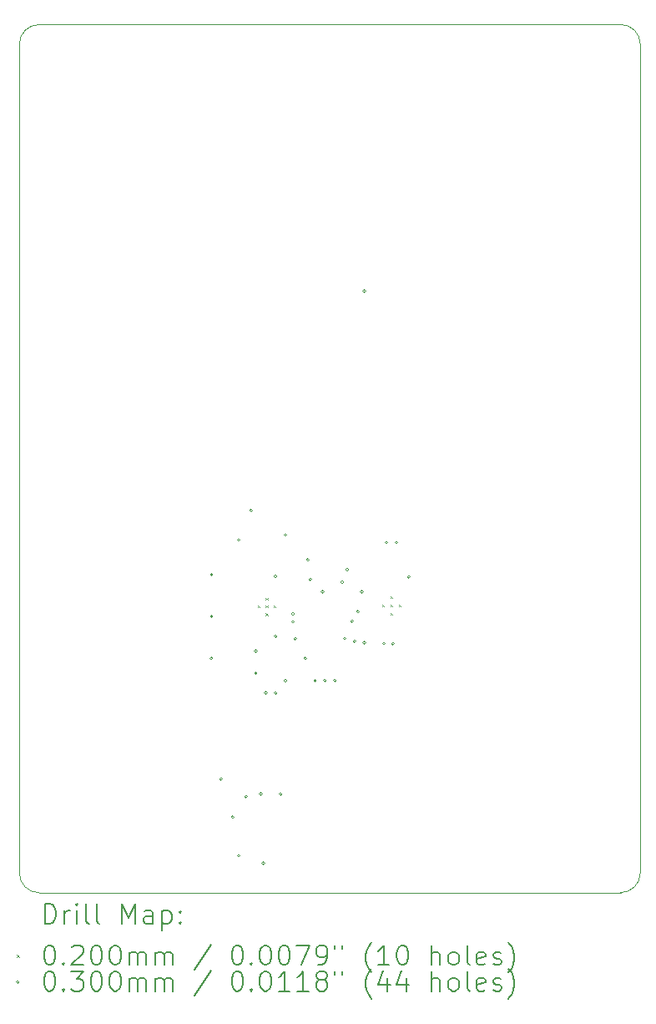
<source format=gbr>
%TF.GenerationSoftware,KiCad,Pcbnew,8.0.5*%
%TF.CreationDate,2025-05-26T10:54:04-04:00*%
%TF.ProjectId,tcg_counter,7463675f-636f-4756-9e74-65722e6b6963,1*%
%TF.SameCoordinates,Original*%
%TF.FileFunction,Drillmap*%
%TF.FilePolarity,Positive*%
%FSLAX45Y45*%
G04 Gerber Fmt 4.5, Leading zero omitted, Abs format (unit mm)*
G04 Created by KiCad (PCBNEW 8.0.5) date 2025-05-26 10:54:04*
%MOMM*%
%LPD*%
G01*
G04 APERTURE LIST*
%ADD10C,0.050000*%
%ADD11C,0.200000*%
%ADD12C,0.100000*%
G04 APERTURE END LIST*
D10*
X17300000Y-13100000D02*
G75*
G02*
X17100000Y-13300000I-200000J0D01*
G01*
X11000000Y-4700000D02*
G75*
G02*
X11200000Y-4500000I200000J0D01*
G01*
X11000000Y-13100000D02*
X11000000Y-4700000D01*
X11200000Y-13300000D02*
G75*
G02*
X11000000Y-13100000I0J200000D01*
G01*
X17100000Y-4500000D02*
G75*
G02*
X17300000Y-4700000I0J-200000D01*
G01*
X17100000Y-13300000D02*
X11200000Y-13300000D01*
X17300000Y-4700000D02*
X17300000Y-13100000D01*
X11200000Y-4500000D02*
X17100000Y-4500000D01*
D11*
D12*
X13420000Y-10390000D02*
X13440000Y-10410000D01*
X13440000Y-10390000D02*
X13420000Y-10410000D01*
X13500000Y-10310000D02*
X13520000Y-10330000D01*
X13520000Y-10310000D02*
X13500000Y-10330000D01*
X13500000Y-10390000D02*
X13520000Y-10410000D01*
X13520000Y-10390000D02*
X13500000Y-10410000D01*
X13500000Y-10470000D02*
X13520000Y-10490000D01*
X13520000Y-10470000D02*
X13500000Y-10490000D01*
X13580000Y-10390000D02*
X13600000Y-10410000D01*
X13600000Y-10390000D02*
X13580000Y-10410000D01*
X14680000Y-10379230D02*
X14700000Y-10399230D01*
X14700000Y-10379230D02*
X14680000Y-10399230D01*
X14765000Y-10294230D02*
X14785000Y-10314230D01*
X14785000Y-10294230D02*
X14765000Y-10314230D01*
X14765000Y-10379230D02*
X14785000Y-10399230D01*
X14785000Y-10379230D02*
X14765000Y-10399230D01*
X14765000Y-10464230D02*
X14785000Y-10484230D01*
X14785000Y-10464230D02*
X14765000Y-10484230D01*
X14850000Y-10379230D02*
X14870000Y-10399230D01*
X14870000Y-10379230D02*
X14850000Y-10399230D01*
X12965000Y-10075000D02*
G75*
G02*
X12935000Y-10075000I-15000J0D01*
G01*
X12935000Y-10075000D02*
G75*
G02*
X12965000Y-10075000I15000J0D01*
G01*
X12965000Y-10500000D02*
G75*
G02*
X12935000Y-10500000I-15000J0D01*
G01*
X12935000Y-10500000D02*
G75*
G02*
X12965000Y-10500000I15000J0D01*
G01*
X12965000Y-10925000D02*
G75*
G02*
X12935000Y-10925000I-15000J0D01*
G01*
X12935000Y-10925000D02*
G75*
G02*
X12965000Y-10925000I15000J0D01*
G01*
X13060000Y-12150000D02*
G75*
G02*
X13030000Y-12150000I-15000J0D01*
G01*
X13030000Y-12150000D02*
G75*
G02*
X13060000Y-12150000I15000J0D01*
G01*
X13180000Y-12533431D02*
G75*
G02*
X13150000Y-12533431I-15000J0D01*
G01*
X13150000Y-12533431D02*
G75*
G02*
X13180000Y-12533431I15000J0D01*
G01*
X13240000Y-9725000D02*
G75*
G02*
X13210000Y-9725000I-15000J0D01*
G01*
X13210000Y-9725000D02*
G75*
G02*
X13240000Y-9725000I15000J0D01*
G01*
X13240000Y-12925000D02*
G75*
G02*
X13210000Y-12925000I-15000J0D01*
G01*
X13210000Y-12925000D02*
G75*
G02*
X13240000Y-12925000I15000J0D01*
G01*
X13315000Y-12325000D02*
G75*
G02*
X13285000Y-12325000I-15000J0D01*
G01*
X13285000Y-12325000D02*
G75*
G02*
X13315000Y-12325000I15000J0D01*
G01*
X13365000Y-9425000D02*
G75*
G02*
X13335000Y-9425000I-15000J0D01*
G01*
X13335000Y-9425000D02*
G75*
G02*
X13365000Y-9425000I15000J0D01*
G01*
X13415000Y-10850000D02*
G75*
G02*
X13385000Y-10850000I-15000J0D01*
G01*
X13385000Y-10850000D02*
G75*
G02*
X13415000Y-10850000I15000J0D01*
G01*
X13415000Y-11075000D02*
G75*
G02*
X13385000Y-11075000I-15000J0D01*
G01*
X13385000Y-11075000D02*
G75*
G02*
X13415000Y-11075000I15000J0D01*
G01*
X13465000Y-12300000D02*
G75*
G02*
X13435000Y-12300000I-15000J0D01*
G01*
X13435000Y-12300000D02*
G75*
G02*
X13465000Y-12300000I15000J0D01*
G01*
X13490000Y-13000000D02*
G75*
G02*
X13460000Y-13000000I-15000J0D01*
G01*
X13460000Y-13000000D02*
G75*
G02*
X13490000Y-13000000I15000J0D01*
G01*
X13515000Y-11275000D02*
G75*
G02*
X13485000Y-11275000I-15000J0D01*
G01*
X13485000Y-11275000D02*
G75*
G02*
X13515000Y-11275000I15000J0D01*
G01*
X13612678Y-10093405D02*
G75*
G02*
X13582678Y-10093405I-15000J0D01*
G01*
X13582678Y-10093405D02*
G75*
G02*
X13612678Y-10093405I15000J0D01*
G01*
X13615000Y-10700000D02*
G75*
G02*
X13585000Y-10700000I-15000J0D01*
G01*
X13585000Y-10700000D02*
G75*
G02*
X13615000Y-10700000I15000J0D01*
G01*
X13615000Y-11275000D02*
G75*
G02*
X13585000Y-11275000I-15000J0D01*
G01*
X13585000Y-11275000D02*
G75*
G02*
X13615000Y-11275000I15000J0D01*
G01*
X13665000Y-12300000D02*
G75*
G02*
X13635000Y-12300000I-15000J0D01*
G01*
X13635000Y-12300000D02*
G75*
G02*
X13665000Y-12300000I15000J0D01*
G01*
X13715000Y-9675000D02*
G75*
G02*
X13685000Y-9675000I-15000J0D01*
G01*
X13685000Y-9675000D02*
G75*
G02*
X13715000Y-9675000I15000J0D01*
G01*
X13715000Y-11150000D02*
G75*
G02*
X13685000Y-11150000I-15000J0D01*
G01*
X13685000Y-11150000D02*
G75*
G02*
X13715000Y-11150000I15000J0D01*
G01*
X13790000Y-10475000D02*
G75*
G02*
X13760000Y-10475000I-15000J0D01*
G01*
X13760000Y-10475000D02*
G75*
G02*
X13790000Y-10475000I15000J0D01*
G01*
X13790000Y-10555000D02*
G75*
G02*
X13760000Y-10555000I-15000J0D01*
G01*
X13760000Y-10555000D02*
G75*
G02*
X13790000Y-10555000I15000J0D01*
G01*
X13815000Y-10725000D02*
G75*
G02*
X13785000Y-10725000I-15000J0D01*
G01*
X13785000Y-10725000D02*
G75*
G02*
X13815000Y-10725000I15000J0D01*
G01*
X13915000Y-10925000D02*
G75*
G02*
X13885000Y-10925000I-15000J0D01*
G01*
X13885000Y-10925000D02*
G75*
G02*
X13915000Y-10925000I15000J0D01*
G01*
X13940000Y-9925000D02*
G75*
G02*
X13910000Y-9925000I-15000J0D01*
G01*
X13910000Y-9925000D02*
G75*
G02*
X13940000Y-9925000I15000J0D01*
G01*
X13965000Y-10125000D02*
G75*
G02*
X13935000Y-10125000I-15000J0D01*
G01*
X13935000Y-10125000D02*
G75*
G02*
X13965000Y-10125000I15000J0D01*
G01*
X14015000Y-11150000D02*
G75*
G02*
X13985000Y-11150000I-15000J0D01*
G01*
X13985000Y-11150000D02*
G75*
G02*
X14015000Y-11150000I15000J0D01*
G01*
X14089230Y-10250000D02*
G75*
G02*
X14059230Y-10250000I-15000J0D01*
G01*
X14059230Y-10250000D02*
G75*
G02*
X14089230Y-10250000I15000J0D01*
G01*
X14115000Y-11150000D02*
G75*
G02*
X14085000Y-11150000I-15000J0D01*
G01*
X14085000Y-11150000D02*
G75*
G02*
X14115000Y-11150000I15000J0D01*
G01*
X14215000Y-11150000D02*
G75*
G02*
X14185000Y-11150000I-15000J0D01*
G01*
X14185000Y-11150000D02*
G75*
G02*
X14215000Y-11150000I15000J0D01*
G01*
X14290000Y-10151000D02*
G75*
G02*
X14260000Y-10151000I-15000J0D01*
G01*
X14260000Y-10151000D02*
G75*
G02*
X14290000Y-10151000I15000J0D01*
G01*
X14315000Y-10725000D02*
G75*
G02*
X14285000Y-10725000I-15000J0D01*
G01*
X14285000Y-10725000D02*
G75*
G02*
X14315000Y-10725000I15000J0D01*
G01*
X14340000Y-10025000D02*
G75*
G02*
X14310000Y-10025000I-15000J0D01*
G01*
X14310000Y-10025000D02*
G75*
G02*
X14340000Y-10025000I15000J0D01*
G01*
X14390000Y-10550000D02*
G75*
G02*
X14360000Y-10550000I-15000J0D01*
G01*
X14360000Y-10550000D02*
G75*
G02*
X14390000Y-10550000I15000J0D01*
G01*
X14415000Y-10750000D02*
G75*
G02*
X14385000Y-10750000I-15000J0D01*
G01*
X14385000Y-10750000D02*
G75*
G02*
X14415000Y-10750000I15000J0D01*
G01*
X14450000Y-10450000D02*
G75*
G02*
X14420000Y-10450000I-15000J0D01*
G01*
X14420000Y-10450000D02*
G75*
G02*
X14450000Y-10450000I15000J0D01*
G01*
X14490000Y-10250000D02*
G75*
G02*
X14460000Y-10250000I-15000J0D01*
G01*
X14460000Y-10250000D02*
G75*
G02*
X14490000Y-10250000I15000J0D01*
G01*
X14515000Y-7200000D02*
G75*
G02*
X14485000Y-7200000I-15000J0D01*
G01*
X14485000Y-7200000D02*
G75*
G02*
X14515000Y-7200000I15000J0D01*
G01*
X14515000Y-10765000D02*
G75*
G02*
X14485000Y-10765000I-15000J0D01*
G01*
X14485000Y-10765000D02*
G75*
G02*
X14515000Y-10765000I15000J0D01*
G01*
X14715000Y-10775000D02*
G75*
G02*
X14685000Y-10775000I-15000J0D01*
G01*
X14685000Y-10775000D02*
G75*
G02*
X14715000Y-10775000I15000J0D01*
G01*
X14740000Y-9750000D02*
G75*
G02*
X14710000Y-9750000I-15000J0D01*
G01*
X14710000Y-9750000D02*
G75*
G02*
X14740000Y-9750000I15000J0D01*
G01*
X14805000Y-10775000D02*
G75*
G02*
X14775000Y-10775000I-15000J0D01*
G01*
X14775000Y-10775000D02*
G75*
G02*
X14805000Y-10775000I15000J0D01*
G01*
X14840000Y-9750000D02*
G75*
G02*
X14810000Y-9750000I-15000J0D01*
G01*
X14810000Y-9750000D02*
G75*
G02*
X14840000Y-9750000I15000J0D01*
G01*
X14965000Y-10100000D02*
G75*
G02*
X14935000Y-10100000I-15000J0D01*
G01*
X14935000Y-10100000D02*
G75*
G02*
X14965000Y-10100000I15000J0D01*
G01*
D11*
X11258277Y-13613984D02*
X11258277Y-13413984D01*
X11258277Y-13413984D02*
X11305896Y-13413984D01*
X11305896Y-13413984D02*
X11334467Y-13423508D01*
X11334467Y-13423508D02*
X11353515Y-13442555D01*
X11353515Y-13442555D02*
X11363039Y-13461603D01*
X11363039Y-13461603D02*
X11372562Y-13499698D01*
X11372562Y-13499698D02*
X11372562Y-13528269D01*
X11372562Y-13528269D02*
X11363039Y-13566365D01*
X11363039Y-13566365D02*
X11353515Y-13585412D01*
X11353515Y-13585412D02*
X11334467Y-13604460D01*
X11334467Y-13604460D02*
X11305896Y-13613984D01*
X11305896Y-13613984D02*
X11258277Y-13613984D01*
X11458277Y-13613984D02*
X11458277Y-13480650D01*
X11458277Y-13518746D02*
X11467801Y-13499698D01*
X11467801Y-13499698D02*
X11477324Y-13490174D01*
X11477324Y-13490174D02*
X11496372Y-13480650D01*
X11496372Y-13480650D02*
X11515420Y-13480650D01*
X11582086Y-13613984D02*
X11582086Y-13480650D01*
X11582086Y-13413984D02*
X11572562Y-13423508D01*
X11572562Y-13423508D02*
X11582086Y-13433031D01*
X11582086Y-13433031D02*
X11591610Y-13423508D01*
X11591610Y-13423508D02*
X11582086Y-13413984D01*
X11582086Y-13413984D02*
X11582086Y-13433031D01*
X11705896Y-13613984D02*
X11686848Y-13604460D01*
X11686848Y-13604460D02*
X11677324Y-13585412D01*
X11677324Y-13585412D02*
X11677324Y-13413984D01*
X11810658Y-13613984D02*
X11791610Y-13604460D01*
X11791610Y-13604460D02*
X11782086Y-13585412D01*
X11782086Y-13585412D02*
X11782086Y-13413984D01*
X12039229Y-13613984D02*
X12039229Y-13413984D01*
X12039229Y-13413984D02*
X12105896Y-13556841D01*
X12105896Y-13556841D02*
X12172562Y-13413984D01*
X12172562Y-13413984D02*
X12172562Y-13613984D01*
X12353515Y-13613984D02*
X12353515Y-13509222D01*
X12353515Y-13509222D02*
X12343991Y-13490174D01*
X12343991Y-13490174D02*
X12324943Y-13480650D01*
X12324943Y-13480650D02*
X12286848Y-13480650D01*
X12286848Y-13480650D02*
X12267801Y-13490174D01*
X12353515Y-13604460D02*
X12334467Y-13613984D01*
X12334467Y-13613984D02*
X12286848Y-13613984D01*
X12286848Y-13613984D02*
X12267801Y-13604460D01*
X12267801Y-13604460D02*
X12258277Y-13585412D01*
X12258277Y-13585412D02*
X12258277Y-13566365D01*
X12258277Y-13566365D02*
X12267801Y-13547317D01*
X12267801Y-13547317D02*
X12286848Y-13537793D01*
X12286848Y-13537793D02*
X12334467Y-13537793D01*
X12334467Y-13537793D02*
X12353515Y-13528269D01*
X12448753Y-13480650D02*
X12448753Y-13680650D01*
X12448753Y-13490174D02*
X12467801Y-13480650D01*
X12467801Y-13480650D02*
X12505896Y-13480650D01*
X12505896Y-13480650D02*
X12524943Y-13490174D01*
X12524943Y-13490174D02*
X12534467Y-13499698D01*
X12534467Y-13499698D02*
X12543991Y-13518746D01*
X12543991Y-13518746D02*
X12543991Y-13575888D01*
X12543991Y-13575888D02*
X12534467Y-13594936D01*
X12534467Y-13594936D02*
X12524943Y-13604460D01*
X12524943Y-13604460D02*
X12505896Y-13613984D01*
X12505896Y-13613984D02*
X12467801Y-13613984D01*
X12467801Y-13613984D02*
X12448753Y-13604460D01*
X12629705Y-13594936D02*
X12639229Y-13604460D01*
X12639229Y-13604460D02*
X12629705Y-13613984D01*
X12629705Y-13613984D02*
X12620182Y-13604460D01*
X12620182Y-13604460D02*
X12629705Y-13594936D01*
X12629705Y-13594936D02*
X12629705Y-13613984D01*
X12629705Y-13490174D02*
X12639229Y-13499698D01*
X12639229Y-13499698D02*
X12629705Y-13509222D01*
X12629705Y-13509222D02*
X12620182Y-13499698D01*
X12620182Y-13499698D02*
X12629705Y-13490174D01*
X12629705Y-13490174D02*
X12629705Y-13509222D01*
D12*
X10977500Y-13932500D02*
X10997500Y-13952500D01*
X10997500Y-13932500D02*
X10977500Y-13952500D01*
D11*
X11296372Y-13833984D02*
X11315420Y-13833984D01*
X11315420Y-13833984D02*
X11334467Y-13843508D01*
X11334467Y-13843508D02*
X11343991Y-13853031D01*
X11343991Y-13853031D02*
X11353515Y-13872079D01*
X11353515Y-13872079D02*
X11363039Y-13910174D01*
X11363039Y-13910174D02*
X11363039Y-13957793D01*
X11363039Y-13957793D02*
X11353515Y-13995888D01*
X11353515Y-13995888D02*
X11343991Y-14014936D01*
X11343991Y-14014936D02*
X11334467Y-14024460D01*
X11334467Y-14024460D02*
X11315420Y-14033984D01*
X11315420Y-14033984D02*
X11296372Y-14033984D01*
X11296372Y-14033984D02*
X11277324Y-14024460D01*
X11277324Y-14024460D02*
X11267801Y-14014936D01*
X11267801Y-14014936D02*
X11258277Y-13995888D01*
X11258277Y-13995888D02*
X11248753Y-13957793D01*
X11248753Y-13957793D02*
X11248753Y-13910174D01*
X11248753Y-13910174D02*
X11258277Y-13872079D01*
X11258277Y-13872079D02*
X11267801Y-13853031D01*
X11267801Y-13853031D02*
X11277324Y-13843508D01*
X11277324Y-13843508D02*
X11296372Y-13833984D01*
X11448753Y-14014936D02*
X11458277Y-14024460D01*
X11458277Y-14024460D02*
X11448753Y-14033984D01*
X11448753Y-14033984D02*
X11439229Y-14024460D01*
X11439229Y-14024460D02*
X11448753Y-14014936D01*
X11448753Y-14014936D02*
X11448753Y-14033984D01*
X11534467Y-13853031D02*
X11543991Y-13843508D01*
X11543991Y-13843508D02*
X11563039Y-13833984D01*
X11563039Y-13833984D02*
X11610658Y-13833984D01*
X11610658Y-13833984D02*
X11629705Y-13843508D01*
X11629705Y-13843508D02*
X11639229Y-13853031D01*
X11639229Y-13853031D02*
X11648753Y-13872079D01*
X11648753Y-13872079D02*
X11648753Y-13891127D01*
X11648753Y-13891127D02*
X11639229Y-13919698D01*
X11639229Y-13919698D02*
X11524943Y-14033984D01*
X11524943Y-14033984D02*
X11648753Y-14033984D01*
X11772562Y-13833984D02*
X11791610Y-13833984D01*
X11791610Y-13833984D02*
X11810658Y-13843508D01*
X11810658Y-13843508D02*
X11820182Y-13853031D01*
X11820182Y-13853031D02*
X11829705Y-13872079D01*
X11829705Y-13872079D02*
X11839229Y-13910174D01*
X11839229Y-13910174D02*
X11839229Y-13957793D01*
X11839229Y-13957793D02*
X11829705Y-13995888D01*
X11829705Y-13995888D02*
X11820182Y-14014936D01*
X11820182Y-14014936D02*
X11810658Y-14024460D01*
X11810658Y-14024460D02*
X11791610Y-14033984D01*
X11791610Y-14033984D02*
X11772562Y-14033984D01*
X11772562Y-14033984D02*
X11753515Y-14024460D01*
X11753515Y-14024460D02*
X11743991Y-14014936D01*
X11743991Y-14014936D02*
X11734467Y-13995888D01*
X11734467Y-13995888D02*
X11724943Y-13957793D01*
X11724943Y-13957793D02*
X11724943Y-13910174D01*
X11724943Y-13910174D02*
X11734467Y-13872079D01*
X11734467Y-13872079D02*
X11743991Y-13853031D01*
X11743991Y-13853031D02*
X11753515Y-13843508D01*
X11753515Y-13843508D02*
X11772562Y-13833984D01*
X11963039Y-13833984D02*
X11982086Y-13833984D01*
X11982086Y-13833984D02*
X12001134Y-13843508D01*
X12001134Y-13843508D02*
X12010658Y-13853031D01*
X12010658Y-13853031D02*
X12020182Y-13872079D01*
X12020182Y-13872079D02*
X12029705Y-13910174D01*
X12029705Y-13910174D02*
X12029705Y-13957793D01*
X12029705Y-13957793D02*
X12020182Y-13995888D01*
X12020182Y-13995888D02*
X12010658Y-14014936D01*
X12010658Y-14014936D02*
X12001134Y-14024460D01*
X12001134Y-14024460D02*
X11982086Y-14033984D01*
X11982086Y-14033984D02*
X11963039Y-14033984D01*
X11963039Y-14033984D02*
X11943991Y-14024460D01*
X11943991Y-14024460D02*
X11934467Y-14014936D01*
X11934467Y-14014936D02*
X11924943Y-13995888D01*
X11924943Y-13995888D02*
X11915420Y-13957793D01*
X11915420Y-13957793D02*
X11915420Y-13910174D01*
X11915420Y-13910174D02*
X11924943Y-13872079D01*
X11924943Y-13872079D02*
X11934467Y-13853031D01*
X11934467Y-13853031D02*
X11943991Y-13843508D01*
X11943991Y-13843508D02*
X11963039Y-13833984D01*
X12115420Y-14033984D02*
X12115420Y-13900650D01*
X12115420Y-13919698D02*
X12124943Y-13910174D01*
X12124943Y-13910174D02*
X12143991Y-13900650D01*
X12143991Y-13900650D02*
X12172563Y-13900650D01*
X12172563Y-13900650D02*
X12191610Y-13910174D01*
X12191610Y-13910174D02*
X12201134Y-13929222D01*
X12201134Y-13929222D02*
X12201134Y-14033984D01*
X12201134Y-13929222D02*
X12210658Y-13910174D01*
X12210658Y-13910174D02*
X12229705Y-13900650D01*
X12229705Y-13900650D02*
X12258277Y-13900650D01*
X12258277Y-13900650D02*
X12277324Y-13910174D01*
X12277324Y-13910174D02*
X12286848Y-13929222D01*
X12286848Y-13929222D02*
X12286848Y-14033984D01*
X12382086Y-14033984D02*
X12382086Y-13900650D01*
X12382086Y-13919698D02*
X12391610Y-13910174D01*
X12391610Y-13910174D02*
X12410658Y-13900650D01*
X12410658Y-13900650D02*
X12439229Y-13900650D01*
X12439229Y-13900650D02*
X12458277Y-13910174D01*
X12458277Y-13910174D02*
X12467801Y-13929222D01*
X12467801Y-13929222D02*
X12467801Y-14033984D01*
X12467801Y-13929222D02*
X12477324Y-13910174D01*
X12477324Y-13910174D02*
X12496372Y-13900650D01*
X12496372Y-13900650D02*
X12524943Y-13900650D01*
X12524943Y-13900650D02*
X12543991Y-13910174D01*
X12543991Y-13910174D02*
X12553515Y-13929222D01*
X12553515Y-13929222D02*
X12553515Y-14033984D01*
X12943991Y-13824460D02*
X12772563Y-14081603D01*
X13201134Y-13833984D02*
X13220182Y-13833984D01*
X13220182Y-13833984D02*
X13239229Y-13843508D01*
X13239229Y-13843508D02*
X13248753Y-13853031D01*
X13248753Y-13853031D02*
X13258277Y-13872079D01*
X13258277Y-13872079D02*
X13267801Y-13910174D01*
X13267801Y-13910174D02*
X13267801Y-13957793D01*
X13267801Y-13957793D02*
X13258277Y-13995888D01*
X13258277Y-13995888D02*
X13248753Y-14014936D01*
X13248753Y-14014936D02*
X13239229Y-14024460D01*
X13239229Y-14024460D02*
X13220182Y-14033984D01*
X13220182Y-14033984D02*
X13201134Y-14033984D01*
X13201134Y-14033984D02*
X13182086Y-14024460D01*
X13182086Y-14024460D02*
X13172563Y-14014936D01*
X13172563Y-14014936D02*
X13163039Y-13995888D01*
X13163039Y-13995888D02*
X13153515Y-13957793D01*
X13153515Y-13957793D02*
X13153515Y-13910174D01*
X13153515Y-13910174D02*
X13163039Y-13872079D01*
X13163039Y-13872079D02*
X13172563Y-13853031D01*
X13172563Y-13853031D02*
X13182086Y-13843508D01*
X13182086Y-13843508D02*
X13201134Y-13833984D01*
X13353515Y-14014936D02*
X13363039Y-14024460D01*
X13363039Y-14024460D02*
X13353515Y-14033984D01*
X13353515Y-14033984D02*
X13343991Y-14024460D01*
X13343991Y-14024460D02*
X13353515Y-14014936D01*
X13353515Y-14014936D02*
X13353515Y-14033984D01*
X13486848Y-13833984D02*
X13505896Y-13833984D01*
X13505896Y-13833984D02*
X13524944Y-13843508D01*
X13524944Y-13843508D02*
X13534467Y-13853031D01*
X13534467Y-13853031D02*
X13543991Y-13872079D01*
X13543991Y-13872079D02*
X13553515Y-13910174D01*
X13553515Y-13910174D02*
X13553515Y-13957793D01*
X13553515Y-13957793D02*
X13543991Y-13995888D01*
X13543991Y-13995888D02*
X13534467Y-14014936D01*
X13534467Y-14014936D02*
X13524944Y-14024460D01*
X13524944Y-14024460D02*
X13505896Y-14033984D01*
X13505896Y-14033984D02*
X13486848Y-14033984D01*
X13486848Y-14033984D02*
X13467801Y-14024460D01*
X13467801Y-14024460D02*
X13458277Y-14014936D01*
X13458277Y-14014936D02*
X13448753Y-13995888D01*
X13448753Y-13995888D02*
X13439229Y-13957793D01*
X13439229Y-13957793D02*
X13439229Y-13910174D01*
X13439229Y-13910174D02*
X13448753Y-13872079D01*
X13448753Y-13872079D02*
X13458277Y-13853031D01*
X13458277Y-13853031D02*
X13467801Y-13843508D01*
X13467801Y-13843508D02*
X13486848Y-13833984D01*
X13677325Y-13833984D02*
X13696372Y-13833984D01*
X13696372Y-13833984D02*
X13715420Y-13843508D01*
X13715420Y-13843508D02*
X13724944Y-13853031D01*
X13724944Y-13853031D02*
X13734467Y-13872079D01*
X13734467Y-13872079D02*
X13743991Y-13910174D01*
X13743991Y-13910174D02*
X13743991Y-13957793D01*
X13743991Y-13957793D02*
X13734467Y-13995888D01*
X13734467Y-13995888D02*
X13724944Y-14014936D01*
X13724944Y-14014936D02*
X13715420Y-14024460D01*
X13715420Y-14024460D02*
X13696372Y-14033984D01*
X13696372Y-14033984D02*
X13677325Y-14033984D01*
X13677325Y-14033984D02*
X13658277Y-14024460D01*
X13658277Y-14024460D02*
X13648753Y-14014936D01*
X13648753Y-14014936D02*
X13639229Y-13995888D01*
X13639229Y-13995888D02*
X13629706Y-13957793D01*
X13629706Y-13957793D02*
X13629706Y-13910174D01*
X13629706Y-13910174D02*
X13639229Y-13872079D01*
X13639229Y-13872079D02*
X13648753Y-13853031D01*
X13648753Y-13853031D02*
X13658277Y-13843508D01*
X13658277Y-13843508D02*
X13677325Y-13833984D01*
X13810658Y-13833984D02*
X13943991Y-13833984D01*
X13943991Y-13833984D02*
X13858277Y-14033984D01*
X14029706Y-14033984D02*
X14067801Y-14033984D01*
X14067801Y-14033984D02*
X14086848Y-14024460D01*
X14086848Y-14024460D02*
X14096372Y-14014936D01*
X14096372Y-14014936D02*
X14115420Y-13986365D01*
X14115420Y-13986365D02*
X14124944Y-13948269D01*
X14124944Y-13948269D02*
X14124944Y-13872079D01*
X14124944Y-13872079D02*
X14115420Y-13853031D01*
X14115420Y-13853031D02*
X14105896Y-13843508D01*
X14105896Y-13843508D02*
X14086848Y-13833984D01*
X14086848Y-13833984D02*
X14048753Y-13833984D01*
X14048753Y-13833984D02*
X14029706Y-13843508D01*
X14029706Y-13843508D02*
X14020182Y-13853031D01*
X14020182Y-13853031D02*
X14010658Y-13872079D01*
X14010658Y-13872079D02*
X14010658Y-13919698D01*
X14010658Y-13919698D02*
X14020182Y-13938746D01*
X14020182Y-13938746D02*
X14029706Y-13948269D01*
X14029706Y-13948269D02*
X14048753Y-13957793D01*
X14048753Y-13957793D02*
X14086848Y-13957793D01*
X14086848Y-13957793D02*
X14105896Y-13948269D01*
X14105896Y-13948269D02*
X14115420Y-13938746D01*
X14115420Y-13938746D02*
X14124944Y-13919698D01*
X14201134Y-13833984D02*
X14201134Y-13872079D01*
X14277325Y-13833984D02*
X14277325Y-13872079D01*
X14572563Y-14110174D02*
X14563039Y-14100650D01*
X14563039Y-14100650D02*
X14543991Y-14072079D01*
X14543991Y-14072079D02*
X14534468Y-14053031D01*
X14534468Y-14053031D02*
X14524944Y-14024460D01*
X14524944Y-14024460D02*
X14515420Y-13976841D01*
X14515420Y-13976841D02*
X14515420Y-13938746D01*
X14515420Y-13938746D02*
X14524944Y-13891127D01*
X14524944Y-13891127D02*
X14534468Y-13862555D01*
X14534468Y-13862555D02*
X14543991Y-13843508D01*
X14543991Y-13843508D02*
X14563039Y-13814936D01*
X14563039Y-13814936D02*
X14572563Y-13805412D01*
X14753515Y-14033984D02*
X14639229Y-14033984D01*
X14696372Y-14033984D02*
X14696372Y-13833984D01*
X14696372Y-13833984D02*
X14677325Y-13862555D01*
X14677325Y-13862555D02*
X14658277Y-13881603D01*
X14658277Y-13881603D02*
X14639229Y-13891127D01*
X14877325Y-13833984D02*
X14896372Y-13833984D01*
X14896372Y-13833984D02*
X14915420Y-13843508D01*
X14915420Y-13843508D02*
X14924944Y-13853031D01*
X14924944Y-13853031D02*
X14934468Y-13872079D01*
X14934468Y-13872079D02*
X14943991Y-13910174D01*
X14943991Y-13910174D02*
X14943991Y-13957793D01*
X14943991Y-13957793D02*
X14934468Y-13995888D01*
X14934468Y-13995888D02*
X14924944Y-14014936D01*
X14924944Y-14014936D02*
X14915420Y-14024460D01*
X14915420Y-14024460D02*
X14896372Y-14033984D01*
X14896372Y-14033984D02*
X14877325Y-14033984D01*
X14877325Y-14033984D02*
X14858277Y-14024460D01*
X14858277Y-14024460D02*
X14848753Y-14014936D01*
X14848753Y-14014936D02*
X14839229Y-13995888D01*
X14839229Y-13995888D02*
X14829706Y-13957793D01*
X14829706Y-13957793D02*
X14829706Y-13910174D01*
X14829706Y-13910174D02*
X14839229Y-13872079D01*
X14839229Y-13872079D02*
X14848753Y-13853031D01*
X14848753Y-13853031D02*
X14858277Y-13843508D01*
X14858277Y-13843508D02*
X14877325Y-13833984D01*
X15182087Y-14033984D02*
X15182087Y-13833984D01*
X15267801Y-14033984D02*
X15267801Y-13929222D01*
X15267801Y-13929222D02*
X15258277Y-13910174D01*
X15258277Y-13910174D02*
X15239230Y-13900650D01*
X15239230Y-13900650D02*
X15210658Y-13900650D01*
X15210658Y-13900650D02*
X15191610Y-13910174D01*
X15191610Y-13910174D02*
X15182087Y-13919698D01*
X15391610Y-14033984D02*
X15372563Y-14024460D01*
X15372563Y-14024460D02*
X15363039Y-14014936D01*
X15363039Y-14014936D02*
X15353515Y-13995888D01*
X15353515Y-13995888D02*
X15353515Y-13938746D01*
X15353515Y-13938746D02*
X15363039Y-13919698D01*
X15363039Y-13919698D02*
X15372563Y-13910174D01*
X15372563Y-13910174D02*
X15391610Y-13900650D01*
X15391610Y-13900650D02*
X15420182Y-13900650D01*
X15420182Y-13900650D02*
X15439230Y-13910174D01*
X15439230Y-13910174D02*
X15448753Y-13919698D01*
X15448753Y-13919698D02*
X15458277Y-13938746D01*
X15458277Y-13938746D02*
X15458277Y-13995888D01*
X15458277Y-13995888D02*
X15448753Y-14014936D01*
X15448753Y-14014936D02*
X15439230Y-14024460D01*
X15439230Y-14024460D02*
X15420182Y-14033984D01*
X15420182Y-14033984D02*
X15391610Y-14033984D01*
X15572563Y-14033984D02*
X15553515Y-14024460D01*
X15553515Y-14024460D02*
X15543991Y-14005412D01*
X15543991Y-14005412D02*
X15543991Y-13833984D01*
X15724944Y-14024460D02*
X15705896Y-14033984D01*
X15705896Y-14033984D02*
X15667801Y-14033984D01*
X15667801Y-14033984D02*
X15648753Y-14024460D01*
X15648753Y-14024460D02*
X15639230Y-14005412D01*
X15639230Y-14005412D02*
X15639230Y-13929222D01*
X15639230Y-13929222D02*
X15648753Y-13910174D01*
X15648753Y-13910174D02*
X15667801Y-13900650D01*
X15667801Y-13900650D02*
X15705896Y-13900650D01*
X15705896Y-13900650D02*
X15724944Y-13910174D01*
X15724944Y-13910174D02*
X15734468Y-13929222D01*
X15734468Y-13929222D02*
X15734468Y-13948269D01*
X15734468Y-13948269D02*
X15639230Y-13967317D01*
X15810658Y-14024460D02*
X15829706Y-14033984D01*
X15829706Y-14033984D02*
X15867801Y-14033984D01*
X15867801Y-14033984D02*
X15886849Y-14024460D01*
X15886849Y-14024460D02*
X15896372Y-14005412D01*
X15896372Y-14005412D02*
X15896372Y-13995888D01*
X15896372Y-13995888D02*
X15886849Y-13976841D01*
X15886849Y-13976841D02*
X15867801Y-13967317D01*
X15867801Y-13967317D02*
X15839230Y-13967317D01*
X15839230Y-13967317D02*
X15820182Y-13957793D01*
X15820182Y-13957793D02*
X15810658Y-13938746D01*
X15810658Y-13938746D02*
X15810658Y-13929222D01*
X15810658Y-13929222D02*
X15820182Y-13910174D01*
X15820182Y-13910174D02*
X15839230Y-13900650D01*
X15839230Y-13900650D02*
X15867801Y-13900650D01*
X15867801Y-13900650D02*
X15886849Y-13910174D01*
X15963039Y-14110174D02*
X15972563Y-14100650D01*
X15972563Y-14100650D02*
X15991611Y-14072079D01*
X15991611Y-14072079D02*
X16001134Y-14053031D01*
X16001134Y-14053031D02*
X16010658Y-14024460D01*
X16010658Y-14024460D02*
X16020182Y-13976841D01*
X16020182Y-13976841D02*
X16020182Y-13938746D01*
X16020182Y-13938746D02*
X16010658Y-13891127D01*
X16010658Y-13891127D02*
X16001134Y-13862555D01*
X16001134Y-13862555D02*
X15991611Y-13843508D01*
X15991611Y-13843508D02*
X15972563Y-13814936D01*
X15972563Y-13814936D02*
X15963039Y-13805412D01*
D12*
X10997500Y-14206500D02*
G75*
G02*
X10967500Y-14206500I-15000J0D01*
G01*
X10967500Y-14206500D02*
G75*
G02*
X10997500Y-14206500I15000J0D01*
G01*
D11*
X11296372Y-14097984D02*
X11315420Y-14097984D01*
X11315420Y-14097984D02*
X11334467Y-14107508D01*
X11334467Y-14107508D02*
X11343991Y-14117031D01*
X11343991Y-14117031D02*
X11353515Y-14136079D01*
X11353515Y-14136079D02*
X11363039Y-14174174D01*
X11363039Y-14174174D02*
X11363039Y-14221793D01*
X11363039Y-14221793D02*
X11353515Y-14259888D01*
X11353515Y-14259888D02*
X11343991Y-14278936D01*
X11343991Y-14278936D02*
X11334467Y-14288460D01*
X11334467Y-14288460D02*
X11315420Y-14297984D01*
X11315420Y-14297984D02*
X11296372Y-14297984D01*
X11296372Y-14297984D02*
X11277324Y-14288460D01*
X11277324Y-14288460D02*
X11267801Y-14278936D01*
X11267801Y-14278936D02*
X11258277Y-14259888D01*
X11258277Y-14259888D02*
X11248753Y-14221793D01*
X11248753Y-14221793D02*
X11248753Y-14174174D01*
X11248753Y-14174174D02*
X11258277Y-14136079D01*
X11258277Y-14136079D02*
X11267801Y-14117031D01*
X11267801Y-14117031D02*
X11277324Y-14107508D01*
X11277324Y-14107508D02*
X11296372Y-14097984D01*
X11448753Y-14278936D02*
X11458277Y-14288460D01*
X11458277Y-14288460D02*
X11448753Y-14297984D01*
X11448753Y-14297984D02*
X11439229Y-14288460D01*
X11439229Y-14288460D02*
X11448753Y-14278936D01*
X11448753Y-14278936D02*
X11448753Y-14297984D01*
X11524943Y-14097984D02*
X11648753Y-14097984D01*
X11648753Y-14097984D02*
X11582086Y-14174174D01*
X11582086Y-14174174D02*
X11610658Y-14174174D01*
X11610658Y-14174174D02*
X11629705Y-14183698D01*
X11629705Y-14183698D02*
X11639229Y-14193222D01*
X11639229Y-14193222D02*
X11648753Y-14212269D01*
X11648753Y-14212269D02*
X11648753Y-14259888D01*
X11648753Y-14259888D02*
X11639229Y-14278936D01*
X11639229Y-14278936D02*
X11629705Y-14288460D01*
X11629705Y-14288460D02*
X11610658Y-14297984D01*
X11610658Y-14297984D02*
X11553515Y-14297984D01*
X11553515Y-14297984D02*
X11534467Y-14288460D01*
X11534467Y-14288460D02*
X11524943Y-14278936D01*
X11772562Y-14097984D02*
X11791610Y-14097984D01*
X11791610Y-14097984D02*
X11810658Y-14107508D01*
X11810658Y-14107508D02*
X11820182Y-14117031D01*
X11820182Y-14117031D02*
X11829705Y-14136079D01*
X11829705Y-14136079D02*
X11839229Y-14174174D01*
X11839229Y-14174174D02*
X11839229Y-14221793D01*
X11839229Y-14221793D02*
X11829705Y-14259888D01*
X11829705Y-14259888D02*
X11820182Y-14278936D01*
X11820182Y-14278936D02*
X11810658Y-14288460D01*
X11810658Y-14288460D02*
X11791610Y-14297984D01*
X11791610Y-14297984D02*
X11772562Y-14297984D01*
X11772562Y-14297984D02*
X11753515Y-14288460D01*
X11753515Y-14288460D02*
X11743991Y-14278936D01*
X11743991Y-14278936D02*
X11734467Y-14259888D01*
X11734467Y-14259888D02*
X11724943Y-14221793D01*
X11724943Y-14221793D02*
X11724943Y-14174174D01*
X11724943Y-14174174D02*
X11734467Y-14136079D01*
X11734467Y-14136079D02*
X11743991Y-14117031D01*
X11743991Y-14117031D02*
X11753515Y-14107508D01*
X11753515Y-14107508D02*
X11772562Y-14097984D01*
X11963039Y-14097984D02*
X11982086Y-14097984D01*
X11982086Y-14097984D02*
X12001134Y-14107508D01*
X12001134Y-14107508D02*
X12010658Y-14117031D01*
X12010658Y-14117031D02*
X12020182Y-14136079D01*
X12020182Y-14136079D02*
X12029705Y-14174174D01*
X12029705Y-14174174D02*
X12029705Y-14221793D01*
X12029705Y-14221793D02*
X12020182Y-14259888D01*
X12020182Y-14259888D02*
X12010658Y-14278936D01*
X12010658Y-14278936D02*
X12001134Y-14288460D01*
X12001134Y-14288460D02*
X11982086Y-14297984D01*
X11982086Y-14297984D02*
X11963039Y-14297984D01*
X11963039Y-14297984D02*
X11943991Y-14288460D01*
X11943991Y-14288460D02*
X11934467Y-14278936D01*
X11934467Y-14278936D02*
X11924943Y-14259888D01*
X11924943Y-14259888D02*
X11915420Y-14221793D01*
X11915420Y-14221793D02*
X11915420Y-14174174D01*
X11915420Y-14174174D02*
X11924943Y-14136079D01*
X11924943Y-14136079D02*
X11934467Y-14117031D01*
X11934467Y-14117031D02*
X11943991Y-14107508D01*
X11943991Y-14107508D02*
X11963039Y-14097984D01*
X12115420Y-14297984D02*
X12115420Y-14164650D01*
X12115420Y-14183698D02*
X12124943Y-14174174D01*
X12124943Y-14174174D02*
X12143991Y-14164650D01*
X12143991Y-14164650D02*
X12172563Y-14164650D01*
X12172563Y-14164650D02*
X12191610Y-14174174D01*
X12191610Y-14174174D02*
X12201134Y-14193222D01*
X12201134Y-14193222D02*
X12201134Y-14297984D01*
X12201134Y-14193222D02*
X12210658Y-14174174D01*
X12210658Y-14174174D02*
X12229705Y-14164650D01*
X12229705Y-14164650D02*
X12258277Y-14164650D01*
X12258277Y-14164650D02*
X12277324Y-14174174D01*
X12277324Y-14174174D02*
X12286848Y-14193222D01*
X12286848Y-14193222D02*
X12286848Y-14297984D01*
X12382086Y-14297984D02*
X12382086Y-14164650D01*
X12382086Y-14183698D02*
X12391610Y-14174174D01*
X12391610Y-14174174D02*
X12410658Y-14164650D01*
X12410658Y-14164650D02*
X12439229Y-14164650D01*
X12439229Y-14164650D02*
X12458277Y-14174174D01*
X12458277Y-14174174D02*
X12467801Y-14193222D01*
X12467801Y-14193222D02*
X12467801Y-14297984D01*
X12467801Y-14193222D02*
X12477324Y-14174174D01*
X12477324Y-14174174D02*
X12496372Y-14164650D01*
X12496372Y-14164650D02*
X12524943Y-14164650D01*
X12524943Y-14164650D02*
X12543991Y-14174174D01*
X12543991Y-14174174D02*
X12553515Y-14193222D01*
X12553515Y-14193222D02*
X12553515Y-14297984D01*
X12943991Y-14088460D02*
X12772563Y-14345603D01*
X13201134Y-14097984D02*
X13220182Y-14097984D01*
X13220182Y-14097984D02*
X13239229Y-14107508D01*
X13239229Y-14107508D02*
X13248753Y-14117031D01*
X13248753Y-14117031D02*
X13258277Y-14136079D01*
X13258277Y-14136079D02*
X13267801Y-14174174D01*
X13267801Y-14174174D02*
X13267801Y-14221793D01*
X13267801Y-14221793D02*
X13258277Y-14259888D01*
X13258277Y-14259888D02*
X13248753Y-14278936D01*
X13248753Y-14278936D02*
X13239229Y-14288460D01*
X13239229Y-14288460D02*
X13220182Y-14297984D01*
X13220182Y-14297984D02*
X13201134Y-14297984D01*
X13201134Y-14297984D02*
X13182086Y-14288460D01*
X13182086Y-14288460D02*
X13172563Y-14278936D01*
X13172563Y-14278936D02*
X13163039Y-14259888D01*
X13163039Y-14259888D02*
X13153515Y-14221793D01*
X13153515Y-14221793D02*
X13153515Y-14174174D01*
X13153515Y-14174174D02*
X13163039Y-14136079D01*
X13163039Y-14136079D02*
X13172563Y-14117031D01*
X13172563Y-14117031D02*
X13182086Y-14107508D01*
X13182086Y-14107508D02*
X13201134Y-14097984D01*
X13353515Y-14278936D02*
X13363039Y-14288460D01*
X13363039Y-14288460D02*
X13353515Y-14297984D01*
X13353515Y-14297984D02*
X13343991Y-14288460D01*
X13343991Y-14288460D02*
X13353515Y-14278936D01*
X13353515Y-14278936D02*
X13353515Y-14297984D01*
X13486848Y-14097984D02*
X13505896Y-14097984D01*
X13505896Y-14097984D02*
X13524944Y-14107508D01*
X13524944Y-14107508D02*
X13534467Y-14117031D01*
X13534467Y-14117031D02*
X13543991Y-14136079D01*
X13543991Y-14136079D02*
X13553515Y-14174174D01*
X13553515Y-14174174D02*
X13553515Y-14221793D01*
X13553515Y-14221793D02*
X13543991Y-14259888D01*
X13543991Y-14259888D02*
X13534467Y-14278936D01*
X13534467Y-14278936D02*
X13524944Y-14288460D01*
X13524944Y-14288460D02*
X13505896Y-14297984D01*
X13505896Y-14297984D02*
X13486848Y-14297984D01*
X13486848Y-14297984D02*
X13467801Y-14288460D01*
X13467801Y-14288460D02*
X13458277Y-14278936D01*
X13458277Y-14278936D02*
X13448753Y-14259888D01*
X13448753Y-14259888D02*
X13439229Y-14221793D01*
X13439229Y-14221793D02*
X13439229Y-14174174D01*
X13439229Y-14174174D02*
X13448753Y-14136079D01*
X13448753Y-14136079D02*
X13458277Y-14117031D01*
X13458277Y-14117031D02*
X13467801Y-14107508D01*
X13467801Y-14107508D02*
X13486848Y-14097984D01*
X13743991Y-14297984D02*
X13629706Y-14297984D01*
X13686848Y-14297984D02*
X13686848Y-14097984D01*
X13686848Y-14097984D02*
X13667801Y-14126555D01*
X13667801Y-14126555D02*
X13648753Y-14145603D01*
X13648753Y-14145603D02*
X13629706Y-14155127D01*
X13934467Y-14297984D02*
X13820182Y-14297984D01*
X13877325Y-14297984D02*
X13877325Y-14097984D01*
X13877325Y-14097984D02*
X13858277Y-14126555D01*
X13858277Y-14126555D02*
X13839229Y-14145603D01*
X13839229Y-14145603D02*
X13820182Y-14155127D01*
X14048753Y-14183698D02*
X14029706Y-14174174D01*
X14029706Y-14174174D02*
X14020182Y-14164650D01*
X14020182Y-14164650D02*
X14010658Y-14145603D01*
X14010658Y-14145603D02*
X14010658Y-14136079D01*
X14010658Y-14136079D02*
X14020182Y-14117031D01*
X14020182Y-14117031D02*
X14029706Y-14107508D01*
X14029706Y-14107508D02*
X14048753Y-14097984D01*
X14048753Y-14097984D02*
X14086848Y-14097984D01*
X14086848Y-14097984D02*
X14105896Y-14107508D01*
X14105896Y-14107508D02*
X14115420Y-14117031D01*
X14115420Y-14117031D02*
X14124944Y-14136079D01*
X14124944Y-14136079D02*
X14124944Y-14145603D01*
X14124944Y-14145603D02*
X14115420Y-14164650D01*
X14115420Y-14164650D02*
X14105896Y-14174174D01*
X14105896Y-14174174D02*
X14086848Y-14183698D01*
X14086848Y-14183698D02*
X14048753Y-14183698D01*
X14048753Y-14183698D02*
X14029706Y-14193222D01*
X14029706Y-14193222D02*
X14020182Y-14202746D01*
X14020182Y-14202746D02*
X14010658Y-14221793D01*
X14010658Y-14221793D02*
X14010658Y-14259888D01*
X14010658Y-14259888D02*
X14020182Y-14278936D01*
X14020182Y-14278936D02*
X14029706Y-14288460D01*
X14029706Y-14288460D02*
X14048753Y-14297984D01*
X14048753Y-14297984D02*
X14086848Y-14297984D01*
X14086848Y-14297984D02*
X14105896Y-14288460D01*
X14105896Y-14288460D02*
X14115420Y-14278936D01*
X14115420Y-14278936D02*
X14124944Y-14259888D01*
X14124944Y-14259888D02*
X14124944Y-14221793D01*
X14124944Y-14221793D02*
X14115420Y-14202746D01*
X14115420Y-14202746D02*
X14105896Y-14193222D01*
X14105896Y-14193222D02*
X14086848Y-14183698D01*
X14201134Y-14097984D02*
X14201134Y-14136079D01*
X14277325Y-14097984D02*
X14277325Y-14136079D01*
X14572563Y-14374174D02*
X14563039Y-14364650D01*
X14563039Y-14364650D02*
X14543991Y-14336079D01*
X14543991Y-14336079D02*
X14534468Y-14317031D01*
X14534468Y-14317031D02*
X14524944Y-14288460D01*
X14524944Y-14288460D02*
X14515420Y-14240841D01*
X14515420Y-14240841D02*
X14515420Y-14202746D01*
X14515420Y-14202746D02*
X14524944Y-14155127D01*
X14524944Y-14155127D02*
X14534468Y-14126555D01*
X14534468Y-14126555D02*
X14543991Y-14107508D01*
X14543991Y-14107508D02*
X14563039Y-14078936D01*
X14563039Y-14078936D02*
X14572563Y-14069412D01*
X14734468Y-14164650D02*
X14734468Y-14297984D01*
X14686848Y-14088460D02*
X14639229Y-14231317D01*
X14639229Y-14231317D02*
X14763039Y-14231317D01*
X14924944Y-14164650D02*
X14924944Y-14297984D01*
X14877325Y-14088460D02*
X14829706Y-14231317D01*
X14829706Y-14231317D02*
X14953515Y-14231317D01*
X15182087Y-14297984D02*
X15182087Y-14097984D01*
X15267801Y-14297984D02*
X15267801Y-14193222D01*
X15267801Y-14193222D02*
X15258277Y-14174174D01*
X15258277Y-14174174D02*
X15239230Y-14164650D01*
X15239230Y-14164650D02*
X15210658Y-14164650D01*
X15210658Y-14164650D02*
X15191610Y-14174174D01*
X15191610Y-14174174D02*
X15182087Y-14183698D01*
X15391610Y-14297984D02*
X15372563Y-14288460D01*
X15372563Y-14288460D02*
X15363039Y-14278936D01*
X15363039Y-14278936D02*
X15353515Y-14259888D01*
X15353515Y-14259888D02*
X15353515Y-14202746D01*
X15353515Y-14202746D02*
X15363039Y-14183698D01*
X15363039Y-14183698D02*
X15372563Y-14174174D01*
X15372563Y-14174174D02*
X15391610Y-14164650D01*
X15391610Y-14164650D02*
X15420182Y-14164650D01*
X15420182Y-14164650D02*
X15439230Y-14174174D01*
X15439230Y-14174174D02*
X15448753Y-14183698D01*
X15448753Y-14183698D02*
X15458277Y-14202746D01*
X15458277Y-14202746D02*
X15458277Y-14259888D01*
X15458277Y-14259888D02*
X15448753Y-14278936D01*
X15448753Y-14278936D02*
X15439230Y-14288460D01*
X15439230Y-14288460D02*
X15420182Y-14297984D01*
X15420182Y-14297984D02*
X15391610Y-14297984D01*
X15572563Y-14297984D02*
X15553515Y-14288460D01*
X15553515Y-14288460D02*
X15543991Y-14269412D01*
X15543991Y-14269412D02*
X15543991Y-14097984D01*
X15724944Y-14288460D02*
X15705896Y-14297984D01*
X15705896Y-14297984D02*
X15667801Y-14297984D01*
X15667801Y-14297984D02*
X15648753Y-14288460D01*
X15648753Y-14288460D02*
X15639230Y-14269412D01*
X15639230Y-14269412D02*
X15639230Y-14193222D01*
X15639230Y-14193222D02*
X15648753Y-14174174D01*
X15648753Y-14174174D02*
X15667801Y-14164650D01*
X15667801Y-14164650D02*
X15705896Y-14164650D01*
X15705896Y-14164650D02*
X15724944Y-14174174D01*
X15724944Y-14174174D02*
X15734468Y-14193222D01*
X15734468Y-14193222D02*
X15734468Y-14212269D01*
X15734468Y-14212269D02*
X15639230Y-14231317D01*
X15810658Y-14288460D02*
X15829706Y-14297984D01*
X15829706Y-14297984D02*
X15867801Y-14297984D01*
X15867801Y-14297984D02*
X15886849Y-14288460D01*
X15886849Y-14288460D02*
X15896372Y-14269412D01*
X15896372Y-14269412D02*
X15896372Y-14259888D01*
X15896372Y-14259888D02*
X15886849Y-14240841D01*
X15886849Y-14240841D02*
X15867801Y-14231317D01*
X15867801Y-14231317D02*
X15839230Y-14231317D01*
X15839230Y-14231317D02*
X15820182Y-14221793D01*
X15820182Y-14221793D02*
X15810658Y-14202746D01*
X15810658Y-14202746D02*
X15810658Y-14193222D01*
X15810658Y-14193222D02*
X15820182Y-14174174D01*
X15820182Y-14174174D02*
X15839230Y-14164650D01*
X15839230Y-14164650D02*
X15867801Y-14164650D01*
X15867801Y-14164650D02*
X15886849Y-14174174D01*
X15963039Y-14374174D02*
X15972563Y-14364650D01*
X15972563Y-14364650D02*
X15991611Y-14336079D01*
X15991611Y-14336079D02*
X16001134Y-14317031D01*
X16001134Y-14317031D02*
X16010658Y-14288460D01*
X16010658Y-14288460D02*
X16020182Y-14240841D01*
X16020182Y-14240841D02*
X16020182Y-14202746D01*
X16020182Y-14202746D02*
X16010658Y-14155127D01*
X16010658Y-14155127D02*
X16001134Y-14126555D01*
X16001134Y-14126555D02*
X15991611Y-14107508D01*
X15991611Y-14107508D02*
X15972563Y-14078936D01*
X15972563Y-14078936D02*
X15963039Y-14069412D01*
M02*

</source>
